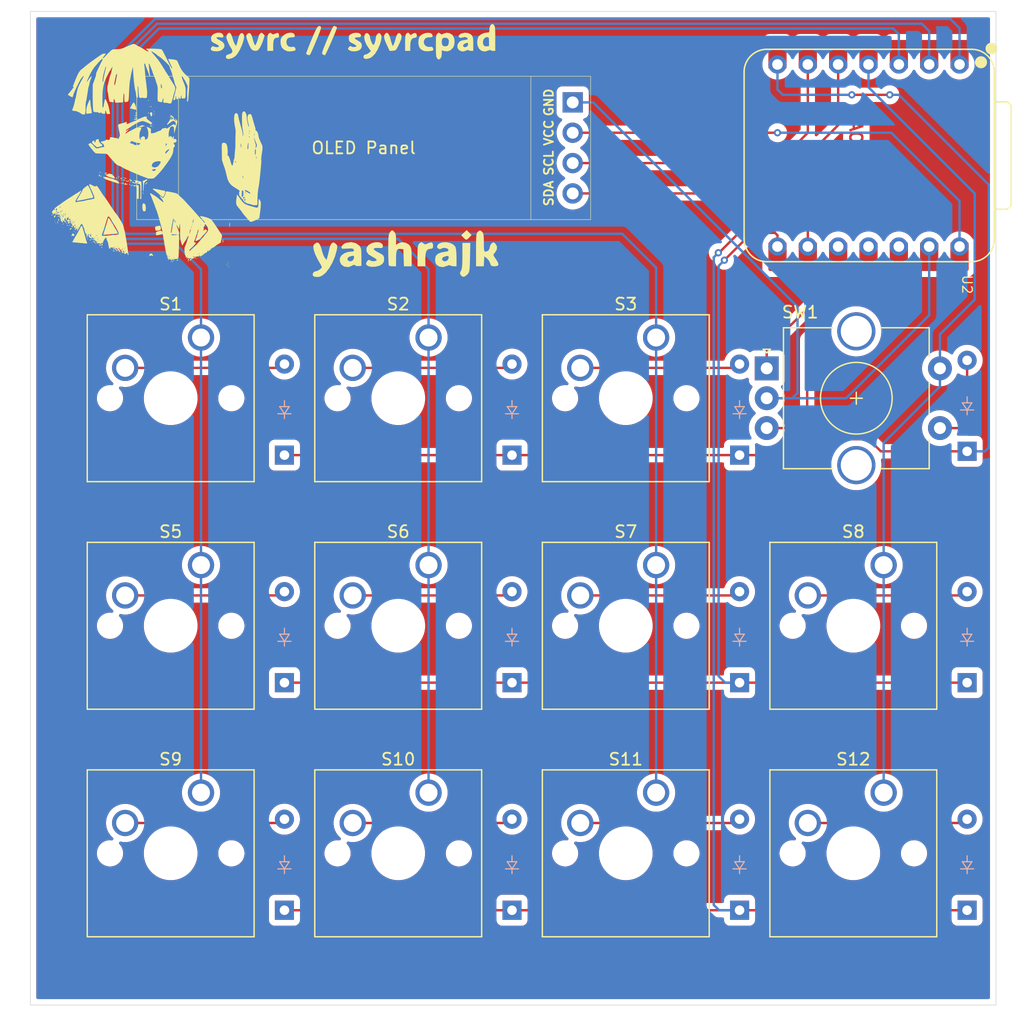
<source format=kicad_pcb>
(kicad_pcb (version 20241229) (generator "pcbnew") (generator_version "9.0")
  (layers (0 "F.Cu" signal) (2 "B.Cu" signal) (13 "F.Paste" user) (15 "B.Paste" user) (5 "F.SilkS" user "F.Silkscreen") (7 "B.SilkS" user "B.Silkscreen") (1 "F.Mask" user) (3 "B.Mask" user) (25 "Edge.Cuts" user))
  (net 0 "")
  (net 1 "Net-(D1-A)")
  (net 2 "Row 0")
  (net 3 "Net-(D2-A)")
  (net 4 "Net-(D3-A)")
  (net 5 "Net-(D4-A)")
  (net 6 "Row 1")
  (net 7 "Net-(D5-A)")
  (net 8 "Net-(D6-A)")
  (net 9 "Net-(D7-A)")
  (net 10 "Row 2")
  (net 11 "Net-(D8-A)")
  (net 12 "Net-(D9-A)")
  (net 13 "Column 0")
  (net 14 "Column 1")
  (net 15 "Column 2")
  (net 16 "Net-(D10-A)")
  (net 17 "Net-(D11-A)")
  (net 18 "Net-(D12-A)")
  (net 19 "Column 3")
  (net 20 "SW1 A")
  (net 21 "SW1 B")
  (net 22 "GND")
  (net 23 "+5V")
  (net 25 "SCL")
  (net 26 "SDA")
  (footprint "Button_Switch_Keyboard:SW_Cherry_MX_1.00u_PCB" (layer "F.Cu") (at 145.415 118.745)
    (property "Reference" "S12" (at -2.54 -2.794 0) (layer "F.SilkS"))
    (property "Value" "Keyswitch")
    (pad "" np_thru_hole circle (at -7.62 5.08) (size 1.7 1.7) (drill 1.7) (layers "*.Cu" "*.Mask"))
    (pad "" np_thru_hole circle (at -2.54 5.08) (size 4 4) (drill 4) (layers "*.Cu" "*.Mask"))
    (pad "" np_thru_hole circle (at 2.54 5.08) (size 1.7 1.7) (drill 1.7) (layers "*.Cu" "*.Mask"))
    (pad "1" thru_hole circle (at 0 0) (size 2.2 2.2) (drill 1.5) (layers "*.Cu" "*.Mask") (net 19 "Column 3"))
    (pad "2" thru_hole circle (at -6.35 2.54) (size 2.2 2.2) (drill 1.5) (layers "*.Cu" "*.Mask") (net 18 "Net-(D12-A)"))
  )
  (footprint "oled:SSD1306-0.91-OLED-4pin-128x32" (layer "F.Cu") (at 82.88 58.77)
    (property "Reference" "J1" (at 1.9 5.91 90) (layer "F.SilkS"))
    (property "Value" "Conn_01x04")
    (fp_text user "VCC" (at 34.5 4.73 270) (layer "F.SilkS") (effects (font (size 0.75 0.75))))
    (fp_text user "SCL" (at 34.5 7.27 270) (layer "F.SilkS") (effects (font (size 0.75 0.75))))
    (fp_text user "OLED Panel" (at 19 6 0) (layer "F.SilkS"))
    (fp_text user "GND" (at 34.5 2.19 270) (layer "F.SilkS") (effects (font (size 0.75 0.75))))
    (fp_text user "SDA" (at 34.5 9.81 270) (layer "F.SilkS") (effects (font (size 0.75 0.75))))
    (pad "1" thru_hole rect (at 36.5 2.19) (size 1.7 1.7) (drill 1) (layers "*.Cu" "*.Mask") (net 22 "GND"))
    (pad "2" thru_hole oval (at 36.5 4.73) (size 1.7 1.7) (drill 1) (layers "*.Cu" "*.Mask") (net 23 "+5V"))
    (pad "3" thru_hole oval (at 36.5 7.27) (size 1.7 1.7) (drill 1) (layers "*.Cu" "*.Mask") (net 25 "SCL"))
    (pad "4" thru_hole oval (at 36.5 9.81) (size 1.7 1.7) (drill 1) (layers "*.Cu" "*.Mask") (net 26 "SDA"))
  )
  (footprint "Button_Switch_Keyboard:SW_Cherry_MX_1.00u_PCB" (layer "F.Cu") (at 107.315 118.745)
    (property "Reference" "S10" (at -2.54 -2.794 0) (layer "F.SilkS"))
    (property "Value" "Keyswitch")
    (pad "" np_thru_hole circle (at -7.62 5.08) (size 1.7 1.7) (drill 1.7) (layers "*.Cu" "*.Mask"))
    (pad "" np_thru_hole circle (at -2.54 5.08) (size 4 4) (drill 4) (layers "*.Cu" "*.Mask"))
    (pad "" np_thru_hole circle (at 2.54 5.08) (size 1.7 1.7) (drill 1.7) (layers "*.Cu" "*.Mask"))
    (pad "1" thru_hole circle (at 0 0) (size 2.2 2.2) (drill 1.5) (layers "*.Cu" "*.Mask") (net 14 "Column 1"))
    (pad "2" thru_hole circle (at -6.35 2.54) (size 2.2 2.2) (drill 1.5) (layers "*.Cu" "*.Mask") (net 16 "Net-(D10-A)"))
  )
  (footprint "OPL:XIAO-RP2040-DIP" (layer "F.Cu") (at 144.145 65.405 -90)
    (property "Reference" "U2" (at 10.795 -8.255 270) (layer "F.SilkS") (effects (font (size 0.8 0.8) (thickness 0.1016))))
    (property "Value" "XIAO-RP2040-DIP")
    (pad "1" smd roundrect (at -8.455 -7.62 90) (size 2.432 1.524) (layers "F.Cu" "F.Mask") (roundrect_rratio 0.1) (net 13 "Column 0"))
    (pad "1" thru_hole circle (at -7.62 -7.62 90) (size 1.524 1.524) (drill 0.889) (layers "*.Cu" "*.Mask") (net 13 "Column 0"))
    (pad "2" smd roundrect (at -8.455 -5.08 90) (size 2.432 1.524) (layers "F.Cu" "F.Mask") (roundrect_rratio 0.1) (net 14 "Column 1"))
    (pad "2" thru_hole circle (at -7.62 -5.08 90) (size 1.524 1.524) (drill 0.889) (layers "*.Cu" "*.Mask") (net 14 "Column 1"))
    (pad "3" smd roundrect (at -8.455 -2.54 90) (size 2.432 1.524) (layers "F.Cu" "F.Mask") (roundrect_rratio 0.1) (net 15 "Column 2"))
    (pad "3" thru_hole circle (at -7.62 -2.54 90) (size 1.524 1.524) (drill 0.889) (layers "*.Cu" "*.Mask") (net 15 "Column 2"))
    (pad "4" smd roundrect (at -8.455 0 90) (size 2.432 1.524) (layers "F.Cu" "F.Mask") (roundrect_rratio 0.1) (net 19 "Column 3"))
    (pad "4" thru_hole circle (at -7.62 0 90) (size 1.524 1.524) (drill 0.889) (layers "*.Cu" "*.Mask") (net 19 "Column 3"))
    (pad "5" smd roundrect (at -8.455 2.54 90) (size 2.432 1.524) (layers "F.Cu" "F.Mask") (roundrect_rratio 0.1) (net 26 "SDA"))
    (pad "5" thru_hole circle (at -7.62 2.54 90) (size 1.524 1.524) (drill 0.889) (layers "*.Cu" "*.Mask") (net 26 "SDA"))
    (pad "6" smd roundrect (at -8.455 5.08 90) (size 2.432 1.524) (layers "F.Cu" "F.Mask") (roundrect_rratio 0.1) (net 25 "SCL"))
    (pad "6" thru_hole circle (at -7.62 5.08 90) (size 1.524 1.524) (drill 0.889) (layers "*.Cu" "*.Mask") (net 25 "SCL"))
    (pad "7" smd roundrect (at -8.455 7.62 90) (size 2.432 1.524) (layers "F.Cu" "F.Mask") (roundrect_rratio 0.1) (net 2 "Row 0"))
    (pad "7" thru_hole circle (at -7.62 7.62 90) (size 1.524 1.524) (drill 0.889) (layers "*.Cu" "*.Mask") (net 2 "Row 0"))
    (pad "8" thru_hole circle (at 7.62 7.62 270) (size 1.524 1.524) (drill 0.889) (layers "*.Cu" "*.Mask") (net 6 "Row 1"))
    (pad "8" smd roundrect (at 8.455 7.62 270) (size 2.432 1.524) (layers "F.Cu" "F.Mask") (roundrect_rratio 0.1) (net 6 "Row 1"))
    (pad "9" thru_hole circle (at 7.62 5.08 270) (size 1.524 1.524) (drill 0.889) (layers "*.Cu" "*.Mask") (net 10 "Row 2"))
    (pad "9" smd roundrect (at 8.455 5.08 270) (size 2.432 1.524) (layers "F.Cu" "F.Mask") (roundrect_rratio 0.1) (net 10 "Row 2"))
    (pad "10" thru_hole circle (at 7.62 2.54 270) (size 1.524 1.524) (drill 0.889) (layers "*.Cu" "*.Mask") (net 20 "SW1 A"))
    (pad "10" smd roundrect (at 8.455 2.54 270) (size 2.432 1.524) (layers "F.Cu" "F.Mask") (roundrect_rratio 0.1) (net 20 "SW1 A"))
    (pad "11" thru_hole circle (at 7.62 0 270) (size 1.524 1.524) (drill 0.889) (layers "*.Cu" "*.Mask") (net 21 "SW1 B"))
    (pad "11" smd roundrect (at 8.455 0 270) (size 2.432 1.524) (layers "F.Cu" "F.Mask") (roundrect_rratio 0.1) (net 21 "SW1 B"))
    (pad "12" thru_hole circle (at 7.62 -2.54 270) (size 1.524 1.524) (drill 0.889) (layers "*.Cu" "*.Mask"))
    (pad "12" smd roundrect (at 8.455 -2.54 270) (size 2.432 1.524) (layers "F.Cu" "F.Mask") (roundrect_rratio 0.1))
    (pad "13" thru_hole circle (at 7.62 -5.08 270) (size 1.524 1.524) (drill 0.889) (layers "*.Cu" "*.Mask") (net 22 "GND"))
    (pad "13" smd roundrect (at 8.455 -5.08 270) (size 2.432 1.524) (layers "F.Cu" "F.Mask") (roundrect_rratio 0.1) (net 22 "GND"))
    (pad "14" thru_hole circle (at 7.62 -7.62 270) (size 1.524 1.524) (drill 0.889) (layers "*.Cu" "*.Mask") (net 23 "+5V"))
    (pad "14" smd roundrect (at 8.455 -7.62 270) (size 2.432 1.524) (layers "F.Cu" "F.Mask") (roundrect_rratio 0.1) (net 23 "+5V"))
  )
  (footprint "Button_Switch_Keyboard:SW_Cherry_MX_1.00u_PCB" (layer "F.Cu") (at 126.365 99.695)
    (property "Reference" "S7" (at -2.54 -2.794 0) (layer "F.SilkS"))
    (property "Value" "Keyswitch")
    (pad "" np_thru_hole circle (at -7.62 5.08) (size 1.7 1.7) (drill 1.7) (layers "*.Cu" "*.Mask"))
    (pad "" np_thru_hole circle (at -2.54 5.08) (size 4 4) (drill 4) (layers "*.Cu" "*.Mask"))
    (pad "" np_thru_hole circle (at 2.54 5.08) (size 1.7 1.7) (drill 1.7) (layers "*.Cu" "*.Mask"))
    (pad "1" thru_hole circle (at 0 0) (size 2.2 2.2) (drill 1.5) (layers "*.Cu" "*.Mask") (net 15 "Column 2"))
    (pad "2" thru_hole circle (at -6.35 2.54) (size 2.2 2.2) (drill 1.5) (layers "*.Cu" "*.Mask") (net 9 "Net-(D7-A)"))
  )
  (footprint "Button_Switch_Keyboard:SW_Cherry_MX_1.00u_PCB" (layer "F.Cu") (at 88.265 80.645)
    (property "Reference" "S1" (at -2.54 -2.794 0) (layer "F.SilkS"))
    (property "Value" "Keyswitch")
    (pad "" np_thru_hole circle (at -7.62 5.08) (size 1.7 1.7) (drill 1.7) (layers "*.Cu" "*.Mask"))
    (pad "" np_thru_hole circle (at -2.54 5.08) (size 4 4) (drill 4) (layers "*.Cu" "*.Mask"))
    (pad "" np_thru_hole circle (at 2.54 5.08) (size 1.7 1.7) (drill 1.7) (layers "*.Cu" "*.Mask"))
    (pad "1" thru_hole circle (at 0 0) (size 2.2 2.2) (drill 1.5) (layers "*.Cu" "*.Mask") (net 13 "Column 0"))
    (pad "2" thru_hole circle (at -6.35 2.54) (size 2.2 2.2) (drill 1.5) (layers "*.Cu" "*.Mask") (net 1 "Net-(D1-A)"))
  )
  (footprint "Button_Switch_Keyboard:SW_Cherry_MX_1.00u_PCB" (layer "F.Cu") (at 145.415 99.695)
    (property "Reference" "S8" (at -2.54 -2.794 0) (layer "F.SilkS"))
    (property "Value" "Keyswitch")
    (pad "" np_thru_hole circle (at -7.62 5.08) (size 1.7 1.7) (drill 1.7) (layers "*.Cu" "*.Mask"))
    (pad "" np_thru_hole circle (at -2.54 5.08) (size 4 4) (drill 4) (layers "*.Cu" "*.Mask"))
    (pad "" np_thru_hole circle (at 2.54 5.08) (size 1.7 1.7) (drill 1.7) (layers "*.Cu" "*.Mask"))
    (pad "1" thru_hole circle (at 0 0) (size 2.2 2.2) (drill 1.5) (layers "*.Cu" "*.Mask") (net 19 "Column 3"))
    (pad "2" thru_hole circle (at -6.35 2.54) (size 2.2 2.2) (drill 1.5) (layers "*.Cu" "*.Mask") (net 11 "Net-(D8-A)"))
  )
  (footprint "LOGO" (layer "F.Cu") (at 105.41 73.66)
    (property "Reference" "G***" (hide yes))
    (property "Value" "LOGO" (hide yes))
  )
  (footprint "Rotary_Encoder:RotaryEncoder_Alps_EC11E-Switch_Vertical_H20mm_CircularMountingHoles" (layer "F.Cu") (at 135.625 83.225)
    (property "Reference" "SW1" (at 2.8 -4.7 0) (layer "F.SilkS"))
    (property "Value" "RotaryEncoder_Switch")
    (pad "A" thru_hole rect (at 0 0) (size 2 2) (drill 1) (layers "*.Cu" "*.Mask") (net 20 "SW1 A"))
    (pad "B" thru_hole circle (at 0 5) (size 2 2) (drill 1) (layers "*.Cu" "*.Mask") (net 21 "SW1 B"))
    (pad "C" thru_hole circle (at 0 2.5) (size 2 2) (drill 1) (layers "*.Cu" "*.Mask") (net 22 "GND"))
    (pad "MP" thru_hole circle (at 7.5 -3.1) (size 3.2 3.2) (drill 2.6) (layers "*.Cu" "*.Mask"))
    (pad "MP" thru_hole circle (at 7.5 8.1) (size 3.2 3.2) (drill 2.6) (layers "*.Cu" "*.Mask"))
    (pad "S1" thru_hole circle (at 14.5 5) (size 2 2) (drill 1) (layers "*.Cu" "*.Mask") (net 5 "Net-(D4-A)"))
    (pad "S2" thru_hole circle (at 14.5 0) (size 2 2) (drill 1) (layers "*.Cu" "*.Mask") (net 19 "Column 3"))
  )
  (footprint "Button_Switch_Keyboard:SW_Cherry_MX_1.00u_PCB" (layer "F.Cu") (at 88.265 118.745)
    (property "Reference" "S9" (at -2.54 -2.794 0) (layer "F.SilkS"))
    (property "Value" "Keyswitch")
    (pad "" np_thru_hole circle (at -7.62 5.08) (size 1.7 1.7) (drill 1.7) (layers "*.Cu" "*.Mask"))
    (pad "" np_thru_hole circle (at -2.54 5.08) (size 4 4) (drill 4) (layers "*.Cu" "*.Mask"))
    (pad "" np_thru_hole circle (at 2.54 5.08) (size 1.7 1.7) (drill 1.7) (layers "*.Cu" "*.Mask"))
    (pad "1" thru_hole circle (at 0 0) (size 2.2 2.2) (drill 1.5) (layers "*.Cu" "*.Mask") (net 13 "Column 0"))
    (pad "2" thru_hole circle (at -6.35 2.54) (size 2.2 2.2) (drill 1.5) (layers "*.Cu" "*.Mask") (net 12 "Net-(D9-A)"))
  )
  (footprint "LOGO" (layer "F.Cu") (at 83.82 64.77)
    (property "Reference" "G***" (at 0 0 0) (layer "F.SilkS") (effects (font (size 1.5 1.5) (thickness 0.3))))
    (property "Value" "LOGO" (hide yes))
  )
  (footprint "pcbarts:syvrc" (layer "F.Cu") (at 100.965 55.88)
    (property "Reference" "G***" (hide yes))
    (property "Value" "LOGO" (hide yes))
  )
  (footprint "Button_Switch_Keyboard:SW_Cherry_MX_1.00u_PCB" (layer "F.Cu") (at 107.315 80.645)
    (property "Reference" "S2" (at -2.54 -2.794 0) (layer "F.SilkS"))
    (property "Value" "Keyswitch")
    (pad "" np_thru_hole circle (at -7.62 5.08) (size 1.7 1.7) (drill 1.7) (layers "*.Cu" "*.Mask"))
    (pad "" np_thru_hole circle (at -2.54 5.08) (size 4 4) (drill 4) (layers "*.Cu" "*.Mask"))
    (pad "" np_thru_hole circle (at 2.54 5.08) (size 1.7 1.7) (drill 1.7) (layers "*.Cu" "*.Mask"))
    (pad "1" thru_hole circle (at 0 0) (size 2.2 2.2) (drill 1.5) (layers "*.Cu" "*.Mask") (net 14 "Column 1"))
    (pad "2" thru_hole circle (at -6.35 2.54) (size 2.2 2.2) (drill 1.5) (layers "*.Cu" "*.Mask") (net 3 "Net-(D2-A)"))
  )
  (footprint "Button_Switch_Keyboard:SW_Cherry_MX_1.00u_PCB" (layer "F.Cu") (at 126.365 80.645)
    (property "Reference" "S3" (at -2.54 -2.794 0) (layer "F.SilkS"))
    (property "Value" "Keyswitch")
    (pad "" np_thru_hole circle (at -7.62 5.08) (size 1.7 1.7) (drill 1.7) (layers "*.Cu" "*.Mask"))
    (pad "" np_thru_hole circle (at -2.54 5.08) (size 4 4) (drill 4) (layers "*.Cu" "*.Mask"))
    (pad "" np_thru_hole circle (at 2.54 5.08) (size 1.7 1.7) (drill 1.7) (layers "*.Cu" "*.Mask"))
    (pad "1" thru_hole circle (at 0 0) (size 2.2 2.2) (drill 1.5) (layers "*.Cu" "*.Mask") (net 15 "Column 2"))
    (pad "2" thru_hole circle (at -6.35 2.54) (size 2.2 2.2) (drill 1.5) (layers "*.Cu" "*.Mask") (net 4 "Net-(D3-A)"))
  )
  (footprint "Button_Switch_Keyboard:SW_Cherry_MX_1.00u_PCB" (layer "F.Cu") (at 126.365 118.745)
    (property "Reference" "S11" (at -2.54 -2.794 0) (layer "F.SilkS"))
    (property "Value" "Keyswitch")
    (pad "" np_thru_hole circle (at -7.62 5.08) (size 1.7 1.7) (drill 1.7) (layers "*.Cu" "*.Mask"))
    (pad "" np_thru_hole circle (at -2.54 5.08) (size 4 4) (drill 4) (layers "*.Cu" "*.Mask"))
    (pad "" np_thru_hole circle (at 2.54 5.08) (size 1.7 1.7) (drill 1.7) (layers "*.Cu" "*.Mask"))
    (pad "1" thru_hole circle (at 0 0) (size 2.2 2.2) (drill 1.5) (layers "*.Cu" "*.Mask") (net 15 "Column 2"))
    (pad "2" thru_hole circle (at -6.35 2.54) (size 2.2 2.2) (drill 1.5) (layers "*.Cu" "*.Mask") (net 17 "Net-(D11-A)"))
  )
  (footprint "Button_Switch_Keyboard:SW_Cherry_MX_1.00u_PCB" (layer "F.Cu") (at 107.315 99.695)
    (property "Reference" "S6" (at -2.54 -2.794 0) (layer "F.SilkS"))
    (property "Value" "Keyswitch")
    (pad "" np_thru_hole circle (at -7.62 5.08) (size 1.7 1.7) (drill 1.7) (layers "*.Cu" "*.Mask"))
    (pad "" np_thru_hole circle (at -2.54 5.08) (size 4 4) (drill 4) (layers "*.Cu" "*.Mask"))
    (pad "" np_thru_hole circle (at 2.54 5.08) (size 1.7 1.7) (drill 1.7) (layers "*.Cu" "*.Mask"))
    (pad "1" thru_hole circle (at 0 0) (size 2.2 2.2) (drill 1.5) (layers "*.Cu" "*.Mask") (net 14 "Column 1"))
    (pad "2" thru_hole circle (at -6.35 2.54) (size 2.2 2.2) (drill 1.5) (layers "*.Cu" "*.Mask") (net 8 "Net-(D6-A)"))
  )
  (footprint "Button_Switch_Keyboard:SW_Cherry_MX_1.00u_PCB" (layer "F.Cu") (at 88.265 99.695)
    (property "Reference" "S5" (at -2.54 -2.794 0) (layer "F.SilkS"))
    (property "Value" "Keyswitch")
    (pad "" np_thru_hole circle (at -7.62 5.08) (size 1.7 1.7) (drill 1.7) (layers "*.Cu" "*.Mask"))
    (pad "" np_thru_hole circle (at -2.54 5.08) (size 4 4) (drill 4) (layers "*.Cu" "*.Mask"))
    (pad "" np_thru_hole circle (at 2.54 5.08) (size 1.7 1.7) (drill 1.7) (layers "*.Cu" "*.Mask"))
    (pad "1" thru_hole circle (at 0 0) (size 2.2 2.2) (drill 1.5) (layers "*.Cu" "*.Mask") (net 13 "Column 0"))
    (pad "2" thru_hole circle (at -6.35 2.54) (size 2.2 2.2) (drill 1.5) (layers "*.Cu" "*.Mask") (net 7 "Net-(D5-A)"))
  )
  (footprint "ScottoKeebs_Components:Diode_DO-35" (layer "B.Cu") (at 95.25 128.5875 90)
    (property "Reference" "D9" (hide yes))
    (property "Value" "Diode" (hide yes))
    (pad "1" thru_hole rect (at 0 0 90) (size 1.6 1.6) (drill 0.8) (layers "*.Cu" "*.Mask") (net 10 "Row 2"))
    (pad "2" thru_hole oval (at 7.62 0 90) (size 1.6 1.6) (drill 0.8) (layers "*.Cu" "*.Mask") (net 12 "Net-(D9-A)"))
  )
  (footprint "ScottoKeebs_Components:Diode_DO-35" (layer "B.Cu") (at 133.35 90.4875 90)
    (property "Reference" "D3" (hide yes))
    (property "Value" "Diode" (hide yes))
    (pad "1" thru_hole rect (at 0 0 90) (size 1.6 1.6) (drill 0.8) (layers "*.Cu" "*.Mask") (net 2 "Row 0"))
    (pad "2" thru_hole oval (at 7.62 0 90) (size 1.6 1.6) (drill 0.8) (layers "*.Cu" "*.Mask") (net 4 "Net-(D3-A)"))
  )
  (footprint "ScottoKeebs_Components:Diode_DO-35" (layer "B.Cu") (at 95.25 90.4875 90)
    (property "Reference" "D1" (hide yes))
    (property "Value" "Diode" (hide yes))
    (pad "1" thru_hole rect (at 0 0 90) (size 1.6 1.6) (drill 0.8) (layers "*.Cu" "*.Mask") (net 2 "Row 0"))
    (pad "2" thru_hole oval (at 7.62 0 90) (size 1.6 1.6) (drill 0.8) (layers "*.Cu" "*.Mask") (net 1 "Net-(D1-A)"))
  )
  (footprint "ScottoKeebs_Components:Diode_DO-35" (layer "B.Cu") (at 114.3 109.5375 90)
    (property "Reference" "D6" (hide yes))
    (property "Value" "Diode" (hide yes))
    (pad "1" thru_hole rect (at 0 0 90) (size 1.6 1.6) (drill 0.8) (layers "*.Cu" "*.Mask") (net 6 "Row 1"))
    (pad "2" thru_hole oval (at 7.62 0 90) (size 1.6 1.6) (drill 0.8) (layers "*.Cu" "*.Mask") (net 8 "Net-(D6-A)"))
  )
  (footprint "ScottoKeebs_Components:Diode_DO-35" (layer "B.Cu") (at 133.35 128.5875 90)
    (property "Reference" "D11" (hide yes))
    (property "Value" "Diode" (hide yes))
    (pad "1" thru_hole rect (at 0 0 90) (size 1.6 1.6) (drill 0.8) (layers "*.Cu" "*.Mask") (net 10 "Row 2"))
    (pad "2" thru_hole oval (at 7.62 0 90) (size 1.6 1.6) (drill 0.8) (layers "*.Cu" "*.Mask") (net 17 "Net-(D11-A)"))
  )
  (footprint "ScottoKeebs_Components:Diode_DO-35" (layer "B.Cu") (at 133.35 109.5375 90)
    (property "Reference" "D7" (hide yes))
    (property "Value" "Diode" (hide yes))
    (pad "1" thru_hole rect (at 0 0 90) (size 1.6 1.6) (drill 0.8) (layers "*.Cu" "*.Mask") (net 6 "Row 1"))
    (pad "2" thru_hole oval (at 7.62 0 90) (size 1.6 1.6) (drill 0.8) (layers "*.Cu" "*.Mask") (net 9 "Net-(D7-A)"))
  )
  (footprint "ScottoKeebs_Components:Diode_DO-35" (layer "B.Cu") (at 152.4 109.5375 90)
    (property "Reference" "D8" (hide yes))
    (property "Value" "Diode" (hide yes))
    (pad "1" thru_hole rect (at 0 0 90) (size 1.6 1.6) (drill 0.8) (layers "*.Cu" "*.Mask") (net 6 "Row 1"))
    (pad "2" thru_hole oval (at 7.62 0 90) (size 1.6 1.6) (drill 0.8) (layers "*.Cu" "*.Mask") (net 11 "Net-(D8-A)"))
  )
  (footprint "ScottoKeebs_Components:Diode_DO-35" (layer "B.Cu") (at 95.25 109.5375 90)
    (property "Reference" "D5" (hide yes))
    (property "Value" "Diode" (hide yes))
    (pad "1" thru_hole rect (at 0 0 90) (size 1.6 1.6) (drill 0.8) (layers "*.Cu" "*.Mask") (net 6 "Row 1"))
    (pad "2" thru_hole oval (at 7.62 0 90) (size 1.6 1.6) (drill 0.8) (layers "*.Cu" "*.Mask") (net 7 "Net-(D5-A)"))
  )
  (footprint "ScottoKeebs_Components:Diode_DO-35" (layer "B.Cu") (at 152.4 128.5875 90)
    (property "Reference" "D12" (hide yes))
    (property "Value" "Diode" (hide yes))
    (pad "1" thru_hole rect (at 0 0 90) (size 1.6 1.6) (drill 0.8) (layers "*.Cu" "*.Mask") (net 10 "Row 2"))
    (pad "2" thru_hole oval (at 7.62 0 90) (size 1.6 1.6) (drill 0.8) (layers "*.Cu" "*.Mask") (net 18 "Net-(D12-A)"))
  )
  (footprint "ScottoKeebs_Components:Diode_DO-35" (layer "B.Cu") (at 114.3 90.4875 90)
    (property "Reference" "D2" (hide yes))
    (property "Value" "Diode" (hide yes))
    (pad "1" thru_hole rect (at 0 0 90) (size 1.6 1.6) (drill 0.8) (layers "*.Cu" "*.Mask") (net 2 "Row 0"))
    (pad "2" thru_hole oval (at 7.62 0 90) (size 1.6 1.6) (drill 0.8) (layers "*.Cu" "*.Mask") (net 3 "Net-(D2-A)"))
  )
  (footprint "ScottoKeebs_Components:Diode_DO-35" (layer "B.Cu") (at 152.4 90.17 90)
    (property "Reference" "D4" (hide yes))
    (property "Value" "Diode" (hide yes))
    (pad "1" thru_hole rect (at 0 0 90) (size 1.6 1.6) (drill 0.8) (layers "*.Cu" "*.Mask") (net 2 "Row 0"))
    (pad "2" thru_hole oval (at 7.62 0 90) (size 1.6 1.6) (drill 0.8) (layers "*.Cu" "*.Mask") (net 5 "Net-(D4-A)"))
  )
  (footprint "ScottoKeebs_Components:Diode_DO-35" (layer "B.Cu") (at 114.3 128.5875 90)
    (property "Reference" "D10" (hide yes))
    (property "Value" "Diode" (hide yes))
    (pad "1" thru_hole rect (at 0 0 90) (size 1.6 1.6) (drill 0.8) (layers "*.Cu" "*.Mask") (net 10 "Row 2"))
    (pad "2" thru_hole oval (at 7.62 0 90) (size 1.6 1.6) (drill 0.8) (layers "*.Cu" "*.Mask") (net 16 "Net-(D10-A)"))
  )
  (gr_rect (start 73.9775 53.34) (end 154.8135 136.525) (stroke (width 0.05)) (fill no) (layer "Edge.Cuts"))
  (gr_text "XIAO HERE!" (at 142.494 60.96 270) (layer "F.Cu") (effects (font (size 1 1) (thickness 0.2) (bold yes)) (justify left bottom)))
  (segment (start 81.915 83.185) (end 94.9325 83.185) (width 0.2) (layer "F.Cu") (net 1))
  (segment (start 94.9325 83.185) (end 95.25 82.8675) (width 0.2) (layer "F.Cu") (net 1))
  (segment (start 144.164 89.156) (end 145.178 90.17) (width 0.2) (layer "F.Cu") (net 2))
  (segment (start 145.923 60.325) (end 142.748 60.325) (width 0.2) (layer "F.Cu") (net 2))
  (segment (start 95.25 90.4875) (end 114.3 90.4875) (width 0.2) (layer "F.Cu") (net 2))
  (segment (start 114.3 90.4875) (end 133.35 90.4875) (width 0.2) (layer "F.Cu") (net 2))
  (segment (start 140.7885 90.4875) (end 142.12 89.156) (width 0.2) (layer "F.Cu") (net 2))
  (segment (start 133.35 90.4875) (end 140.7885 90.4875) (width 0.2) (layer "F.Cu") (net 2))
  (segment (start 145.178 90.17) (end 152.4 90.17) (width 0.2) (layer "F.Cu") (net 2))
  (segment (start 142.12 89.156) (end 144.164 89.156) (width 0.2) (layer "F.Cu") (net 2))
  (via (at 145.923 60.325) (size 0.6) (drill 0.3) (layers "F.Cu" "B.Cu") (net 2))
  (via (at 142.748 60.325) (size 0.6) (drill 0.3) (layers "F.Cu" "B.Cu") (net 2))
  (segment (start 136.525 59.8805) (end 136.525 57.785) (width 0.2) (layer "B.Cu") (net 2))
  (segment (start 136.9695 60.325) (end 136.525 59.8805) (width 0.2) (layer "B.Cu") (net 2))
  (segment (start 145.923 60.325) (end 146.685 60.325) (width 0.2) (layer "B.Cu") (net 2))
  (segment (start 146.685 60.325) (end 154.2125 67.8525) (width 0.2) (layer "B.Cu") (net 2))
  (segment (start 142.748 60.325) (end 136.9695 60.325) (width 0.2) (layer "B.Cu") (net 2))
  (segment (start 154.2125 67.8525) (end 154.2125 89.8561) (width 0.2) (layer "B.Cu") (net 2))
  (segment (start 153.8986 90.17) (end 152.4 90.17) (width 0.2) (layer "B.Cu") (net 2))
  (segment (start 154.2125 89.8561) (end 153.8986 90.17) (width 0.2) (layer "B.Cu") (net 2))
  (segment (start 113.9825 83.185) (end 114.3 82.8675) (width 0.2) (layer "F.Cu") (net 3))
  (segment (start 100.965 83.185) (end 113.9825 83.185) (width 0.2) (layer "F.Cu") (net 3))
  (segment (start 120.015 83.185) (end 133.0325 83.185) (width 0.2) (layer "F.Cu") (net 4))
  (segment (start 133.0325 83.185) (end 133.35 82.8675) (width 0.2) (layer "F.Cu") (net 4))
  (segment (start 152.4 87.839) (end 152.4 82.55) (width 0.2) (layer "F.Cu") (net 5))
  (segment (start 152.014 88.225) (end 152.4 87.839) (width 0.2) (layer "F.Cu") (net 5))
  (segment (start 150.125 88.225) (end 152.014 88.225) (width 0.2) (layer "F.Cu") (net 5))
  (segment (start 132.08 74.168) (end 134.366 71.882) (width 0.2) (layer "F.Cu") (net 6))
  (segment (start 114.3 109.5375) (end 133.35 109.5375) (width 0.2) (layer "F.Cu") (net 6))
  (segment (start 134.366 71.882) (end 136.3218 71.882) (width 0.2) (layer "F.Cu") (net 6))
  (segment (start 136.3218 71.882) (end 136.525 72.0852) (width 0.2) (layer "F.Cu") (net 6))
  (segment (start 95.25 109.5375) (end 114.3 109.5375) (width 0.2) (layer "F.Cu") (net 6))
  (segment (start 133.35 109.5375) (end 152.4 109.5375) (width 0.2) (layer "F.Cu") (net 6))
  (segment (start 136.525 72.0852) (end 136.525 73.025) (width 0.2) (layer "F.Cu") (net 6))
  (via (at 132.08 74.168) (size 0.6) (drill 0.3) (layers "F.Cu" "B.Cu") (net 6))
  (segment (start 131.5974 108.9914) (end 132.1435 109.5375) (width 0.2) (layer "B.Cu") (net 6))
  (segment (start 132.08 74.168) (end 131.5974 74.6506) (width 0.2) (layer "B.Cu") (net 6))
  (segment (start 131.5974 74.6506) (end 131.5974 108.9914) (width 0.2) (layer "B.Cu") (net 6))
  (segment (start 132.1435 109.5375) (end 133.35 109.5375) (width 0.2) (layer "B.Cu") (net 6))
  (segment (start 94.9325 102.235) (end 95.25 101.9175) (width 0.2) (layer "F.Cu") (net 7))
  (segment (start 81.915 102.235) (end 94.9325 102.235) (width 0.2) (layer "F.Cu") (net 7))
  (segment (start 100.965 102.235) (end 113.9825 102.235) (width 0.2) (layer "F.Cu") (net 8))
  (segment (start 113.9825 102.235) (end 114.3 101.9175) (width 0.2) (layer "F.Cu") (net 8))
  (segment (start 120.015 102.235) (end 133.0325 102.235) (width 0.2) (layer "F.Cu") (net 9))
  (segment (start 133.0325 102.235) (end 133.35 101.9175) (width 0.2) (layer "F.Cu") (net 9))
  (segment (start 95.25 128.5875) (end 114.3 128.5875) (width 0.2) (layer "F.Cu") (net 10))
  (segment (start 133.35 128.5875) (end 152.4 128.5875) (width 0.2) (layer "F.Cu") (net 10))
  (segment (start 138.811 71.374) (end 139.065 71.628) (width 0.2) (layer "F.Cu") (net 10))
  (segment (start 133.803001 71.374) (end 138.811 71.374) (width 0.2) (layer "F.Cu") (net 10))
  (segment (start 131.574124 73.548247) (end 131.628754 73.548247) (width 0.2) (layer "F.Cu") (net 10))
  (segment (start 139.065 71.628) (end 139.065 73.025) (width 0.2) (layer "F.Cu") (net 10))
  (segment (start 131.628754 73.548247) (end 133.803001 71.374) (width 0.2) (layer "F.Cu") (net 10))
  (segment (start 114.3 128.5875) (end 133.35 128.5875) (width 0.2) (layer "F.Cu") (net 10))
  (via (at 131.574124 73.548247) (size 0.6) (drill 0.3) (layers "F.Cu" "B.Cu") (net 10))
  (segment (start 131.6355 128.5875) (end 133.35 128.5875) (width 0.2) (layer "B.Cu") (net 10))
  (segment (start 131.574124 73.548247) (end 131.191 73.931371) (width 0.2) (layer "B.Cu") (net 10))
  (segment (start 131.191 128.143) (end 131.6355 128.5875) (width 0.2) (layer "B.Cu") (net 10))
  (segment (start 131.191 73.931371) (end 131.191 128.143) (width 0.2) (layer "B.Cu") (net 10))
  (segment (start 139.065 102.235) (end 152.0825 102.235) (width 0.2) (layer "F.Cu") (net 11))
  (segment (start 152.0825 102.235) (end 152.4 101.9175) (width 0.2) (layer "F.Cu") (net 11))
  (segment (start 81.915 121.285) (end 94.9325 121.285) (width 0.2) (layer "F.Cu") (net 12))
  (segment (start 94.9325 121.285) (end 95.25 120.9675) (width 0.2) (layer "F.Cu") (net 12))
  (segment (start 88.265 99.695) (end 88.265 118.745) (width 0.2) (layer "B.Cu") (net 13))
  (segment (start 88.265 80.645) (end 88.265 99.695) (width 0.2) (layer "B.Cu") (net 13))
  (segment (start 88.265 80.645) (end 88.265 74.93) (width 0.2) (layer "B.Cu") (net 13))
  (segment (start 81.6219 72.791) (end 80.879 72.0481) (width 0.2) (layer "B.Cu") (net 13))
  (segment (start 86.126 72.791) (end 81.6219 72.791) (width 0.2) (layer "B.Cu") (net 13))
  (segment (start 80.879 57.5088) (end 84.4128 53.975) (width 0.2) (layer "B.Cu") (net 13))
  (segment (start 151.765 54.737) (end 151.765 57.785) (width 0.2) (layer "B.Cu") (net 13))
  (segment (start 80.879 72.0481) (end 80.879 57.5088) (width 0.2) (layer "B.Cu") (net 13))
  (segment (start 88.265 74.93) (end 86.126 72.791) (width 0.2) (layer "B.Cu") (net 13))
  (segment (start 151.003 53.975) (end 151.765 54.737) (width 0.2) (layer "B.Cu") (net 13))
  (segment (start 84.4128 53.975) (end 151.003 53.975) (width 0.2) (layer "B.Cu") (net 13))
  (segment (start 81.28 57.6749) (end 84.5789 54.376) (width 0.2) (layer "B.Cu") (net 14))
  (segment (start 107.315 99.695) (end 107.315 118.745) (width 0.2) (layer "B.Cu") (net 14))
  (segment (start 84.5789 54.376) (end 148.61 54.376) (width 0.2) (layer "B.Cu") (net 14))
  (segment (start 81.28 71.882) (end 81.28 57.6749) (width 0.2) (layer "B.Cu") (net 14))
  (segment (start 107.315 80.645) (end 107.315 99.695) (width 0.2) (layer "B.Cu") (net 14))
  (segment (start 148.61 54.376) (end 149.225 54.991) (width 0.2) (layer "B.Cu") (net 14))
  (segment (start 107.315 80.645) (end 107.315 74.93) (width 0.2) (layer "B.Cu") (net 14))
  (segment (start 81.788 72.39) (end 81.28 71.882) (width 0.2) (layer "B.Cu") (net 14))
  (segment (start 149.225 54.991) (end 149.225 57.785) (width 0.2) (layer "B.Cu") (net 14))
  (segment (start 107.315 74.93) (end 104.775 72.39) (width 0.2) (layer "B.Cu") (net 14))
  (segment (start 104.775 72.39) (end 81.788 72.39) (width 0.2) (layer "B.Cu") (net 14))
  (segment (start 84.745 54.777) (end 146.217 54.777) (width 0.2) (layer "B.Cu") (net 15))
  (segment (start 81.690605 57.831395) (end 84.745 54.777) (width 0.2) (layer "B.Cu") (net 15))
  (segment (start 123.526993 71.961993) (end 81.994993 71.961993) (width 0.2) (layer "B.Cu") (net 15))
  (segment (start 126.365 80.645) (end 126.365 74.8) (width 0.2) (layer "B.Cu") (net 15))
  (segment (start 81.994993 71.961993) (end 81.690605 71.657605) (width 0.2) (layer "B.Cu") (net 15))
  (segment (start 81.690605 71.657605) (end 81.690605 57.831395) (width 0.2) (layer "B.Cu") (net 15))
  (segment (start 126.365 99.695) (end 126.365 118.745) (width 0.2) (layer "B.Cu") (net 15))
  (segment (start 126.365 80.645) (end 126.365 99.695) (width 0.2) (layer "B.Cu") (net 15))
  (segment (start 146.685 55.245) (end 146.685 57.785) (width 0.2) (layer "B.Cu") (net 15))
  (segment (start 146.217 54.777) (end 146.685 55.245) (width 0.2) (layer "B.Cu") (net 15))
  (segment (start 126.365 74.8) (end 123.526993 71.961993) (width 0.2) (layer "B.Cu") (net 15))
  (segment (start 100.965 121.285) (end 113.9825 121.285) (width 0.2) (layer "F.Cu") (net 16))
  (segment (start 113.9825 121.285) (end 114.3 120.9675) (width 0.2) (layer "F.Cu") (net 16))
  (segment (start 133.0325 121.285) (end 133.35 120.9675) (width 0.2) (layer "F.Cu") (net 17))
  (segment (start 120.015 121.285) (end 133.0325 121.285) (width 0.2) (layer "F.Cu") (net 17))
  (segment (start 152.0825 121.285) (end 152.4 120.9675) (width 0.2) (layer "F.Cu") (net 18))
  (segment (start 139.065 121.285) (end 152.0825 121.285) (width 0.2) (layer "F.Cu") (net 18))
  (segment (start 150.125 83.225) (end 150.125 80.38) (width 0.2) (layer "B.Cu") (net 19))
  (segment (start 145.415 99.695) (end 145.415 89.455) (width 0.2) (layer "B.Cu") (net 19))
  (segment (start 150.125 84.745) (end 150.125 83.225) (width 0.2) (layer "B.Cu") (net 19))
  (segment (start 145.415 118.745) (end 145.415 99.695) (width 0.2) (layer "B.Cu") (net 19))
  (segment (start 153.035 77.47) (end 153.035 68.58) (width 0.2) (layer "B.Cu") (net 19))
  (segment (start 144.145 59.69) (end 144.145 57.785) (width 0.2) (layer "B.Cu") (net 19))
  (segment (start 150.125 80.38) (end 153.035 77.47) (width 0.2) (layer "B.Cu") (net 19))
  (segment (start 153.035 68.58) (end 144.145 59.69) (width 0.2) (layer "B.Cu") (net 19))
  (segment (start 145.415 89.455) (end 150.125 84.745) (width 0.2) (layer "B.Cu") (net 19))
  (segment (start 141.605 75.639) (end 141.605 73.025) (width 0.2) (layer "F.Cu") (net 20))
  (segment (start 135.625 81.619) (end 141.605 75.639) (width 0.2) (layer "F.Cu") (net 20))
  (segment (start 135.625 83.225) (end 135.625 81.619) (width 0.2) (layer "F.Cu") (net 20))
  (segment (start 135.625 88.225) (end 138.597 88.225) (width 0.2) (layer "F.Cu") (net 21))
  (segment (start 139.011 80.817) (end 144.145 75.683) (width 0.2) (layer "F.Cu") (net 21))
  (segment (start 138.597 88.225) (end 139.011 87.811) (width 0.2) (layer "F.Cu") (net 21))
  (segment (start 139.011 87.811) (end 139.011 80.817) (width 0.2) (layer "F.Cu") (net 21))
  (segment (start 144.145 75.683) (end 144.145 73.025) (width 0.2) (layer "F.Cu") (net 21))
  (segment (start 149.225 78.777461) (end 149.225 73.025) (width 0.2) (layer "B.Cu") (net 22))
  (segment (start 135.625 85.725) (end 142.277461 85.725) (width 0.2) (layer "B.Cu") (net 22))
  (segment (start 135.625 85.725) (end 137.7696 85.725) (width 0.2) (layer "B.Cu") (net 22))
  (segment (start 142.277461 85.725) (end 149.225 78.777461) (width 0.2) (layer "B.Cu") (net 22))
  (segment (start 137.7696 85.725) (end 138.201 85.2936) (width 0.2) (layer "B.Cu") (net 22))
  (segment (start 138.201 78.068) (end 121.093 60.96) (width 0.2) (layer "B.Cu") (net 22))
  (segment (start 121.093 60.96) (end 119.38 60.96) (width 0.2) (layer "B.Cu") (net 22))
  (segment (start 138.201 85.2936) (end 138.201 78.068) (width 0.2) (layer "B.Cu") (net 22))
  (segment (start 119.38 63.5) (end 136.525 63.5) (width 0.2) (layer "F.Cu") (net 23))
  (via (at 136.525 63.5) (size 0.6) (drill 0.3) (layers "F.Cu" "B.Cu") (net 23))
  (segment (start 146.05 63.5) (end 151.765 69.215) (width 0.2) (layer "B.Cu") (net 23))
  (segment (start 151.765 69.215) (end 151.765 73.025) (width 0.2) (layer "B.Cu") (net 23))
  (segment (start 136.525 63.5) (end 146.05 63.5) (width 0.2) (layer "B.Cu") (net 23))
  (segment (start 136.525 66.04) (end 139.065 63.5) (width 0.2) (layer "F.Cu") (net 25))
  (segment (start 119.38 66.04) (end 136.525 66.04) (width 0.2) (layer "F.Cu") (net 25))
  (segment (start 139.065 63.5) (end 139.065 57.785) (width 0.2) (layer "F.Cu") (net 25))
  (segment (start 135.89 68.58) (end 141.605 62.865) (width 0.2) (layer "F.Cu") (net 26))
  (segment (start 141.605 62.865) (end 141.605 57.785) (width 0.2) (layer "F.Cu") (net 26))
  (segment (start 119.38 68.58) (end 135.89 68.58) (width 0.2) (layer "F.Cu") (net 26))
  (zone (net 0) (net_name "") (layers "F.Cu" "B.Cu") (connect_pads (clearance 0.5)) (min_thickness 0.25) (fill yes (thermal_gap 0.5) (thermal_bridge_width 0.5) (island_removal_mode 1) (island_area_min 10))
    (polygon (pts (xy 71.4375 52.3875) (xy 71.4375 138.1125) (xy 157.1625 138.1125) (xy 157.1625 52.3875)))
  )
)
</source>
